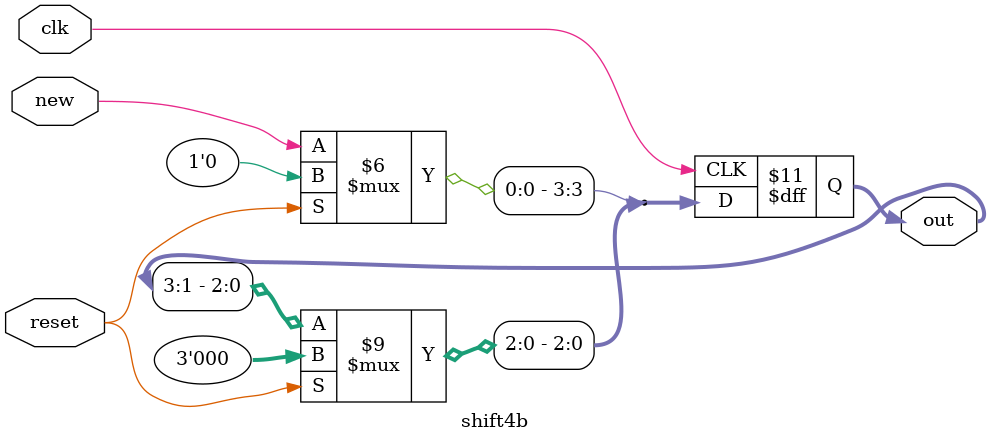
<source format=v>
`timescale 1ns / 1ps


module shift4b(new, clk, out, reset);
  
input new; 
input clk;
input reset;

output[3:0] out;
reg[3:0] out;
    
   initial out = 0;
    
 always @(posedge clk) 
 begin
    if (reset == 1)
        out = 0;
    else begin
        out = (out >> 1);
        out[3] = new; 
     end
end
         
         
endmodule

</source>
